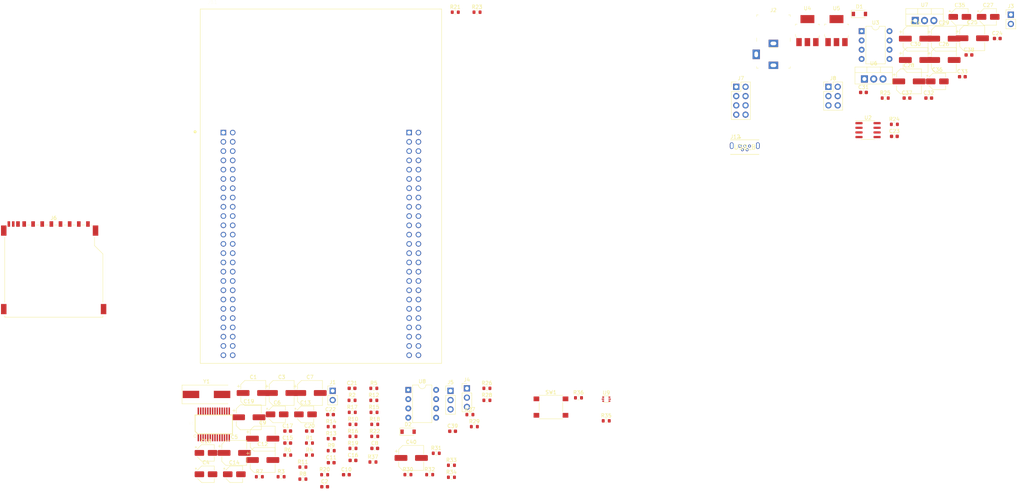
<source format=kicad_pcb>
(kicad_pcb (version 20171130) (host pcbnew 5.1.10-88a1d61d58~88~ubuntu18.04.1)
  (layers (0 F.Cu signal) (31 B.Cu signal) (34 B.Paste user) (35 F.Paste user) (36 B.SilkS user) (37 F.SilkS user) (38 B.Mask user) (39 F.Mask user) (44 Edge.Cuts user))
  (net 0 "")
  (net 1 GND)
  (net 2 +3.3VA)
  (net 3 LHPOUT)
  (net 4 "Net-(C3-Pad1)")
  (net 5 "Net-(C4-Pad2)")
  (net 6 "Net-(C4-Pad1)")
  (net 7 RHPOUT)
  (net 8 "Net-(C5-Pad1)")
  (net 9 "Net-(C6-Pad2)")
  (net 10 "Net-(C6-Pad1)")
  (net 11 +3V3)
  (net 12 "Net-(C13-Pad2)")
  (net 13 "Net-(C13-Pad1)")
  (net 14 "Net-(C14-Pad2)")
  (net 15 "Net-(C14-Pad1)")
  (net 16 "Net-(C16-Pad2)")
  (net 17 "Net-(C17-Pad2)")
  (net 18 MICIN)
  (net 19 "Net-(C18-Pad1)")
  (net 20 "Net-(C24-Pad2)")
  (net 21 "Net-(C24-Pad1)")
  (net 22 "Net-(C25-Pad2)")
  (net 23 "Net-(C26-Pad1)")
  (net 24 "Net-(C27-Pad2)")
  (net 25 +5V)
  (net 26 "Net-(C28-Pad1)")
  (net 27 "Net-(C33-Pad2)")
  (net 28 -5V)
  (net 29 "Net-(D1-Pad2)")
  (net 30 "Net-(D2-Pad2)")
  (net 31 "Net-(D2-Pad1)")
  (net 32 "Net-(J1-Pad2)")
  (net 33 "Net-(J2-Pad1)")
  (net 34 "Net-(J4-Pad1)")
  (net 35 "Net-(J5-Pad3)")
  (net 36 "Net-(J5-Pad1)")
  (net 37 I2S_MCLK)
  (net 38 SDIO_D1)
  (net 39 SDIO_D0)
  (net 40 SPIRAM_NSS)
  (net 41 SDIO_D3)
  (net 42 SDIO_D2)
  (net 43 SDIO_CK)
  (net 44 SDIO_CMD)
  (net 45 SPIRAM_SCK)
  (net 46 SPIRAM_MISO)
  (net 47 "Net-(JB1-PadP2_21)")
  (net 48 "Net-(JB1-PadP2_5)")
  (net 49 I2S_TX)
  (net 50 I2S_RX)
  (net 51 I2S_BCLK)
  (net 52 I2S_LRCLK)
  (net 53 "Net-(R7-Pad1)")
  (net 54 "Net-(R8-Pad1)")
  (net 55 "Net-(R9-Pad1)")
  (net 56 "Net-(R10-Pad1)")
  (net 57 "Net-(R11-Pad1)")
  (net 58 "Net-(R13-Pad1)")
  (net 59 "Net-(R14-Pad1)")
  (net 60 "Net-(R15-Pad2)")
  (net 61 "Net-(R16-Pad2)")
  (net 62 MIDI_RX)
  (net 63 "Net-(J6-Pad12)")
  (net 64 I2C1_SCL)
  (net 65 I2C1_SDA)
  (net 66 WM8731_SDA)
  (net 67 WM8731_SCL)
  (net 68 SPI2_SOFT_NSS)
  (net 69 SPIRAM_MOSI)
  (net 70 "Net-(R12-Pad1)")
  (module Resistor_SMD:R_0603_1608Metric (layer F.Cu) (at 130.5052 148.4376)
    (fp_text reference R37 (at 0 -1.43) (layer F.SilkS))
    (fp_text value 0)
    (pad 2 smd roundrect (at 0.825 0) (size 0.8 0.95) (layers F.Cu F.Paste F.Mask) (net 70 "Net-(R12-Pad1)"))
    (pad 1 smd roundrect (at -0.825 0) (size 0.8 0.95) (layers F.Cu F.Paste F.Mask) (net 37 I2S_MCLK))
  )
  (module eec:GLOBAL_CONNECTOR_TECHNOLOGY-USB3145-30-1-A-0 (layer F.Cu) (at 232.195 62.23)
    (fp_text reference J12 (at -4.025 -2.825) (layer F.SilkS) (effects (justify left)))
    (fp_text value USB_B (at 0 0) (layer F.SilkS) (effects (font (size 1.27 1.27))))
    (pad 5 thru_hole circle (at 1.3 -0.29) (size 0.8 0.8) (drill 0.4) (layers *.Cu))
    (pad 3 thru_hole circle (at 0 -0.29) (size 0.8 0.8) (drill 0.4) (layers *.Cu))
    (pad 1 thru_hole rect (at -1.3 -0.29) (size 0.8 0.8) (drill 0.4) (layers *.Cu))
    (pad 4 thru_hole circle (at 0.65 0.71) (size 0.8 0.8) (drill 0.4) (layers *.Cu))
    (pad 2 thru_hole circle (at -0.65 0.71) (size 0.8 0.8) (drill 0.4) (layers *.Cu))
    (pad 7 thru_hole roundrect (at 3.575 -0.4) (size 1 1.8) (drill oval 0.6 1.4) (layers *.Cu) (roundrect_rratio 0.5))
    (pad 6 thru_hole roundrect (at -3.575 -0.4) (size 1 1.8) (drill oval 0.6 1.4) (layers *.Cu) (roundrect_rratio 0.5))
  )
  (module Crystal:Crystal_SMD_HC49-SD (layer F.Cu) (at 84.99 129.94)
    (fp_text reference Y1 (at 0 -3.55) (layer F.SilkS))
    (fp_text value 12.288MHz)
    (pad 2 smd rect (at 4.25 0) (size 4.5 2) (layers F.Cu F.Paste F.Mask) (net 17 "Net-(C17-Pad2)"))
    (pad 1 smd rect (at -4.25 0) (size 4.5 2) (layers F.Cu F.Paste F.Mask) (net 16 "Net-(C16-Pad2)"))
  )
  (module Resistor_SMD:R_0603_1608Metric (layer F.Cu) (at 151.97 152.62)
    (fp_text reference R34 (at 0 -1.43) (layer F.SilkS))
    (fp_text value 47k)
    (pad 2 smd roundrect (at 0.825 0) (size 0.8 0.95) (layers F.Cu F.Paste F.Mask) (net 38 SDIO_D1))
    (pad 1 smd roundrect (at -0.825 0) (size 0.8 0.95) (layers F.Cu F.Paste F.Mask) (net 11 +3V3))
  )
  (module Resistor_SMD:R_0603_1608Metric (layer F.Cu) (at 151.97 149.33)
    (fp_text reference R33 (at 0 -1.43) (layer F.SilkS))
    (fp_text value 47k)
    (pad 2 smd roundrect (at 0.825 0) (size 0.8 0.95) (layers F.Cu F.Paste F.Mask) (net 39 SDIO_D0))
    (pad 1 smd roundrect (at -0.825 0) (size 0.8 0.95) (layers F.Cu F.Paste F.Mask) (net 11 +3V3))
  )
  (module Resistor_SMD:R_0603_1608Metric (layer F.Cu) (at 146.02 151.89)
    (fp_text reference R32 (at 0 -1.43) (layer F.SilkS))
    (fp_text value 47k)
    (pad 2 smd roundrect (at 0.825 0) (size 0.8 0.95) (layers F.Cu F.Paste F.Mask) (net 44 SDIO_CMD))
    (pad 1 smd roundrect (at -0.825 0) (size 0.8 0.95) (layers F.Cu F.Paste F.Mask) (net 11 +3V3))
  )
  (module Resistor_SMD:R_0603_1608Metric (layer F.Cu) (at 147.82 146.04)
    (fp_text reference R31 (at 0 -1.43) (layer F.SilkS))
    (fp_text value 47k)
    (pad 2 smd roundrect (at 0.825 0) (size 0.8 0.95) (layers F.Cu F.Paste F.Mask) (net 41 SDIO_D3))
    (pad 1 smd roundrect (at -0.825 0) (size 0.8 0.95) (layers F.Cu F.Paste F.Mask) (net 11 +3V3))
  )
  (module Resistor_SMD:R_0603_1608Metric (layer F.Cu) (at 140.07 151.89)
    (fp_text reference R30 (at 0 -1.43) (layer F.SilkS))
    (fp_text value 47k)
    (pad 2 smd roundrect (at 0.825 0) (size 0.8 0.95) (layers F.Cu F.Paste F.Mask) (net 42 SDIO_D2))
    (pad 1 smd roundrect (at -0.825 0) (size 0.8 0.95) (layers F.Cu F.Paste F.Mask) (net 11 +3V3))
  )
  (module Resistor_SMD:R_0603_1608Metric (layer F.Cu) (at 158.24 138.75)
    (fp_text reference R29 (at 0 -1.43) (layer F.SilkS))
    (fp_text value 47)
    (pad 2 smd roundrect (at 0.825 0) (size 0.8 0.95) (layers F.Cu F.Paste F.Mask) (net 11 +3V3))
    (pad 1 smd roundrect (at -0.825 0) (size 0.8 0.95) (layers F.Cu F.Paste F.Mask) (net 36 "Net-(J5-Pad1)"))
  )
  (module Resistor_SMD:R_0603_1608Metric (layer F.Cu) (at 161.67 131.55)
    (fp_text reference R28 (at 0 -1.43) (layer F.SilkS))
    (fp_text value 47)
    (pad 2 smd roundrect (at 0.825 0) (size 0.8 0.95) (layers F.Cu F.Paste F.Mask) (net 35 "Net-(J5-Pad3)"))
    (pad 1 smd roundrect (at -0.825 0) (size 0.8 0.95) (layers F.Cu F.Paste F.Mask))
  )
  (module Resistor_SMD:R_0603_1608Metric (layer F.Cu) (at 157.02 135.46)
    (fp_text reference R27 (at 0 -1.43) (layer F.SilkS))
    (fp_text value 470)
    (pad 2 smd roundrect (at 0.825 0) (size 0.8 0.95) (layers F.Cu F.Paste F.Mask) (net 11 +3V3))
    (pad 1 smd roundrect (at -0.825 0) (size 0.8 0.95) (layers F.Cu F.Paste F.Mask) (net 62 MIDI_RX))
  )
  (module Resistor_SMD:R_0603_1608Metric (layer F.Cu) (at 161.67 128.26)
    (fp_text reference R26 (at 0 -1.43) (layer F.SilkS))
    (fp_text value 220)
    (pad 2 smd roundrect (at 0.825 0) (size 0.8 0.95) (layers F.Cu F.Paste F.Mask) (net 34 "Net-(J4-Pad1)"))
    (pad 1 smd roundrect (at -0.825 0) (size 0.8 0.95) (layers F.Cu F.Paste F.Mask) (net 31 "Net-(D2-Pad1)"))
  )
  (module Resistor_SMD:R_0603_1608Metric (layer F.Cu) (at 270.61 48.8)
    (fp_text reference R25 (at 0 -1.43) (layer F.SilkS))
    (fp_text value 4.7)
    (pad 2 smd roundrect (at 0.825 0) (size 0.8 0.95) (layers F.Cu F.Paste F.Mask) (net 25 +5V))
    (pad 1 smd roundrect (at -0.825 0) (size 0.8 0.95) (layers F.Cu F.Paste F.Mask) (net 26 "Net-(C28-Pad1)"))
  )
  (module Resistor_SMD:R_0603_1608Metric (layer F.Cu) (at 273.11 55.99)
    (fp_text reference R24 (at 0 -1.43) (layer F.SilkS))
    (fp_text value 10k)
    (pad 2 smd roundrect (at 0.825 0) (size 0.8 0.95) (layers F.Cu F.Paste F.Mask) (net 11 +3V3))
    (pad 1 smd roundrect (at -0.825 0) (size 0.8 0.95) (layers F.Cu F.Paste F.Mask) (net 40 SPIRAM_NSS))
  )
  (module Resistor_SMD:R_0603_1608Metric (layer F.Cu) (at 158.97 25.29)
    (fp_text reference R23 (at 0 -1.43) (layer F.SilkS))
    (fp_text value 4.7k)
    (pad 2 smd roundrect (at 0.825 0) (size 0.8 0.95) (layers F.Cu F.Paste F.Mask) (net 11 +3V3))
    (pad 1 smd roundrect (at -0.825 0) (size 0.8 0.95) (layers F.Cu F.Paste F.Mask) (net 67 WM8731_SCL))
  )
  (module Resistor_SMD:R_0603_1608Metric (layer F.Cu) (at 130.99 141.42)
    (fp_text reference R22 (at 0 -1.43) (layer F.SilkS))
    (fp_text value 5.6k)
    (pad 2 smd roundrect (at 0.825 0) (size 0.8 0.95) (layers F.Cu F.Paste F.Mask) (net 14 "Net-(C14-Pad2)"))
    (pad 1 smd roundrect (at -0.825 0) (size 0.8 0.95) (layers F.Cu F.Paste F.Mask))
  )
  (module Resistor_SMD:R_0603_1608Metric (layer F.Cu) (at 153.02 25.29)
    (fp_text reference R21 (at 0 -1.43) (layer F.SilkS))
    (fp_text value 4.7k)
    (pad 2 smd roundrect (at 0.825 0) (size 0.8 0.95) (layers F.Cu F.Paste F.Mask) (net 11 +3V3))
    (pad 1 smd roundrect (at -0.825 0) (size 0.8 0.95) (layers F.Cu F.Paste F.Mask) (net 66 WM8731_SDA))
  )
  (module Resistor_SMD:R_0603_1608Metric (layer F.Cu) (at 117.29 151.91)
    (fp_text reference R20 (at 0 -1.43) (layer F.SilkS))
    (fp_text value 5.6k)
    (pad 2 smd roundrect (at 0.825 0) (size 0.8 0.95) (layers F.Cu F.Paste F.Mask) (net 12 "Net-(C13-Pad2)"))
    (pad 1 smd roundrect (at -0.825 0) (size 0.8 0.95) (layers F.Cu F.Paste F.Mask))
  )
  (module Resistor_SMD:R_0603_1608Metric (layer F.Cu) (at 125.04 144.71)
    (fp_text reference R19 (at 0 -1.43) (layer F.SilkS))
    (fp_text value 47k)
    (pad 2 smd roundrect (at 0.825 0) (size 0.8 0.95) (layers F.Cu F.Paste F.Mask) (net 1 GND))
    (pad 1 smd roundrect (at -0.825 0) (size 0.8 0.95) (layers F.Cu F.Paste F.Mask) (net 18 MICIN))
  )
  (module Resistor_SMD:R_0603_1608Metric (layer F.Cu) (at 130.99 138.13)
    (fp_text reference R18 (at 0 -1.43) (layer F.SilkS))
    (fp_text value 5.6k)
    (pad 2 smd roundrect (at 0.825 0) (size 0.8 0.95) (layers F.Cu F.Paste F.Mask) (net 1 GND))
    (pad 1 smd roundrect (at -0.825 0) (size 0.8 0.95) (layers F.Cu F.Paste F.Mask) (net 14 "Net-(C14-Pad2)"))
  )
  (module Resistor_SMD:R_0603_1608Metric (layer F.Cu) (at 124.85 134.84)
    (fp_text reference R17 (at 0 -1.43) (layer F.SilkS))
    (fp_text value 5.6k)
    (pad 2 smd roundrect (at 0.825 0) (size 0.8 0.95) (layers F.Cu F.Paste F.Mask) (net 1 GND))
    (pad 1 smd roundrect (at -0.825 0) (size 0.8 0.95) (layers F.Cu F.Paste F.Mask) (net 12 "Net-(C13-Pad2)"))
  )
  (module Resistor_SMD:R_0603_1608Metric (layer F.Cu) (at 125.04 141.42)
    (fp_text reference R16 (at 0 -1.43) (layer F.SilkS))
    (fp_text value 0)
    (pad 2 smd roundrect (at 0.825 0) (size 0.8 0.95) (layers F.Cu F.Paste F.Mask) (net 61 "Net-(R16-Pad2)"))
    (pad 1 smd roundrect (at -0.825 0) (size 0.8 0.95) (layers F.Cu F.Paste F.Mask) (net 66 WM8731_SDA))
  )
  (module Resistor_SMD:R_0603_1608Metric (layer F.Cu) (at 130.8 134.84)
    (fp_text reference R15 (at 0 -1.43) (layer F.SilkS))
    (fp_text value 0)
    (pad 2 smd roundrect (at 0.825 0) (size 0.8 0.95) (layers F.Cu F.Paste F.Mask) (net 60 "Net-(R15-Pad2)"))
    (pad 1 smd roundrect (at -0.825 0) (size 0.8 0.95) (layers F.Cu F.Paste F.Mask) (net 67 WM8731_SCL))
  )
  (module Resistor_SMD:R_0603_1608Metric (layer F.Cu) (at 119.09 138.75)
    (fp_text reference R14 (at 0 -1.43) (layer F.SilkS))
    (fp_text value Rmic)
    (pad 2 smd roundrect (at 0.825 0) (size 0.8 0.95) (layers F.Cu F.Paste F.Mask) (net 19 "Net-(C18-Pad1)"))
    (pad 1 smd roundrect (at -0.825 0) (size 0.8 0.95) (layers F.Cu F.Paste F.Mask) (net 59 "Net-(R14-Pad1)"))
  )
  (module Resistor_SMD:R_0603_1608Metric (layer F.Cu) (at 119.09 142.04)
    (fp_text reference R13 (at 0 -1.43) (layer F.SilkS))
    (fp_text value 680)
    (pad 2 smd roundrect (at 0.825 0) (size 0.8 0.95) (layers F.Cu F.Paste F.Mask) (net 18 MICIN))
    (pad 1 smd roundrect (at -0.825 0) (size 0.8 0.95) (layers F.Cu F.Paste F.Mask) (net 58 "Net-(R13-Pad1)"))
  )
  (module Resistor_SMD:R_0603_1608Metric (layer F.Cu) (at 130.74 131.55)
    (fp_text reference R12 (at 0 -1.43) (layer F.SilkS))
    (fp_text value DNP)
    (pad 2 smd roundrect (at 0.825 0) (size 0.8 0.95) (layers F.Cu F.Paste F.Mask) (net 17 "Net-(C17-Pad2)"))
    (pad 1 smd roundrect (at -0.825 0) (size 0.8 0.95) (layers F.Cu F.Paste F.Mask) (net 70 "Net-(R12-Pad1)"))
  )
  (module Resistor_SMD:R_0603_1608Metric (layer F.Cu) (at 111.34 149.83)
    (fp_text reference R11 (at 0 -1.43) (layer F.SilkS))
    (fp_text value 33)
    (pad 2 smd roundrect (at 0.825 0) (size 0.8 0.95) (layers F.Cu F.Paste F.Mask) (net 50 I2S_RX))
    (pad 1 smd roundrect (at -0.825 0) (size 0.8 0.95) (layers F.Cu F.Paste F.Mask) (net 57 "Net-(R11-Pad1)"))
  )
  (module Resistor_SMD:R_0603_1608Metric (layer F.Cu) (at 125.04 138.13)
    (fp_text reference R10 (at 0 -1.43) (layer F.SilkS))
    (fp_text value 33)
    (pad 2 smd roundrect (at 0.825 0) (size 0.8 0.95) (layers F.Cu F.Paste F.Mask) (net 52 I2S_LRCLK))
    (pad 1 smd roundrect (at -0.825 0) (size 0.8 0.95) (layers F.Cu F.Paste F.Mask) (net 56 "Net-(R10-Pad1)"))
  )
  (module Resistor_SMD:R_0603_1608Metric (layer F.Cu) (at 119.09 145.33)
    (fp_text reference R9 (at 0 -1.43) (layer F.SilkS))
    (fp_text value 33)
    (pad 2 smd roundrect (at 0.825 0) (size 0.8 0.95) (layers F.Cu F.Paste F.Mask) (net 49 I2S_TX))
    (pad 1 smd roundrect (at -0.825 0) (size 0.8 0.95) (layers F.Cu F.Paste F.Mask) (net 55 "Net-(R9-Pad1)"))
  )
  (module Resistor_SMD:R_0603_1608Metric (layer F.Cu) (at 111.34 153.12)
    (fp_text reference R8 (at 0 -1.43) (layer F.SilkS))
    (fp_text value 33)
    (pad 2 smd roundrect (at 0.825 0) (size 0.8 0.95) (layers F.Cu F.Paste F.Mask) (net 51 I2S_BCLK))
    (pad 1 smd roundrect (at -0.825 0) (size 0.8 0.95) (layers F.Cu F.Paste F.Mask) (net 54 "Net-(R8-Pad1)"))
  )
  (module Resistor_SMD:R_0603_1608Metric (layer F.Cu) (at 99.44 152.46)
    (fp_text reference R7 (at 0 -1.43) (layer F.SilkS))
    (fp_text value 100)
    (pad 2 smd roundrect (at 0.825 0) (size 0.8 0.95) (layers F.Cu F.Paste F.Mask) (net 32 "Net-(J1-Pad2)"))
    (pad 1 smd roundrect (at -0.825 0) (size 0.8 0.95) (layers F.Cu F.Paste F.Mask) (net 53 "Net-(R7-Pad1)"))
  )
  (module Resistor_SMD:R_0603_1608Metric (layer F.Cu) (at 107.19 146.54)
    (fp_text reference R6 (at 0 -1.43) (layer F.SilkS))
    (fp_text value 47k)
    (pad 2 smd roundrect (at 0.825 0) (size 0.8 0.95) (layers F.Cu F.Paste F.Mask) (net 1 GND))
    (pad 1 smd roundrect (at -0.825 0) (size 0.8 0.95) (layers F.Cu F.Paste F.Mask) (net 9 "Net-(C6-Pad2)"))
  )
  (module Resistor_SMD:R_0603_1608Metric (layer F.Cu) (at 130.74 128.26)
    (fp_text reference R5 (at 0 -1.43) (layer F.SilkS))
    (fp_text value 47k)
    (pad 2 smd roundrect (at 0.825 0) (size 0.8 0.95) (layers F.Cu F.Paste F.Mask) (net 1 GND))
    (pad 1 smd roundrect (at -0.825 0) (size 0.8 0.95) (layers F.Cu F.Paste F.Mask) (net 7 RHPOUT))
  )
  (module Resistor_SMD:R_0603_1608Metric (layer F.Cu) (at 113.14 146.54)
    (fp_text reference R4 (at 0 -1.43) (layer F.SilkS))
    (fp_text value 47k)
    (pad 2 smd roundrect (at 0.825 0) (size 0.8 0.95) (layers F.Cu F.Paste F.Mask) (net 1 GND))
    (pad 1 smd roundrect (at -0.825 0) (size 0.8 0.95) (layers F.Cu F.Paste F.Mask) (net 5 "Net-(C4-Pad2)"))
  )
  (module Resistor_SMD:R_0603_1608Metric (layer F.Cu) (at 105.39 152.46)
    (fp_text reference R3 (at 0 -1.43) (layer F.SilkS))
    (fp_text value 47k)
    (pad 2 smd roundrect (at 0.825 0) (size 0.8 0.95) (layers F.Cu F.Paste F.Mask) (net 1 GND))
    (pad 1 smd roundrect (at -0.825 0) (size 0.8 0.95) (layers F.Cu F.Paste F.Mask) (net 3 LHPOUT))
  )
  (module Resistor_SMD:R_0603_1608Metric (layer F.Cu) (at 124.79 131.55)
    (fp_text reference R2 (at 0 -1.43) (layer F.SilkS))
    (fp_text value 100)
    (pad 2 smd roundrect (at 0.825 0) (size 0.8 0.95) (layers F.Cu F.Paste F.Mask))
    (pad 1 smd roundrect (at -0.825 0) (size 0.8 0.95) (layers F.Cu F.Paste F.Mask) (net 5 "Net-(C4-Pad2)"))
  )
  (module Resistor_SMD:R_0603_1608Metric (layer F.Cu) (at 113.14 143.25)
    (fp_text reference R1 (at 0 -1.43) (layer F.SilkS))
    (fp_text value 100)
    (pad 2 smd roundrect (at 0.825 0) (size 0.8 0.95) (layers F.Cu F.Paste F.Mask))
    (pad 1 smd roundrect (at -0.825 0) (size 0.8 0.95) (layers F.Cu F.Paste F.Mask) (net 9 "Net-(C6-Pad2)"))
  )
  (module Diode_SMD:D_SOD-123 (layer F.Cu) (at 140.12 140.14)
    (fp_text reference D2 (at 0 -2) (layer F.SilkS))
    (fp_text value 1N4148)
    (pad 2 smd rect (at 1.65 0) (size 0.9 1.2) (layers F.Cu F.Paste F.Mask) (net 30 "Net-(D2-Pad2)"))
    (pad 1 smd rect (at -1.65 0) (size 0.9 1.2) (layers F.Cu F.Paste F.Mask) (net 31 "Net-(D2-Pad1)"))
  )
  (module Diode_SMD:D_SOD-123 (layer F.Cu) (at 263.56 25.77)
    (fp_text reference D1 (at 0 -2) (layer F.SilkS))
    (fp_text value 1N4001)
    (pad 2 smd rect (at 1.65 0) (size 0.9 1.2) (layers F.Cu F.Paste F.Mask) (net 29 "Net-(D1-Pad2)"))
    (pad 1 smd rect (at -1.65 0) (size 0.9 1.2) (layers F.Cu F.Paste F.Mask) (net 23 "Net-(C26-Pad1)"))
  )
  (module Capacitor_SMD:CP_Elec_6.3x5.3 (layer F.Cu) (at 140.97 147.32)
    (fp_text reference C40 (at 0 -4.35) (layer F.SilkS))
    (fp_text value 10u)
    (pad 2 smd roundrect (at 2.8 0) (size 3.5 1.6) (layers F.Cu F.Paste F.Mask) (roundrect_rratio 0.15625) (net 1 GND))
    (pad 1 smd roundrect (at -2.8 0) (size 3.5 1.6) (layers F.Cu F.Paste F.Mask) (roundrect_rratio 0.15625) (net 11 +3V3))
  )
  (module Capacitor_SMD:C_0603_1608Metric (layer F.Cu) (at 152.29 140.01)
    (fp_text reference C39 (at 0 -1.43) (layer F.SilkS))
    (fp_text value 100n)
    (pad 2 smd roundrect (at 0.775 0) (size 0.9 0.95) (layers F.Cu F.Paste F.Mask) (net 25 +5V))
    (pad 1 smd roundrect (at -0.775 0) (size 0.9 0.95) (layers F.Cu F.Paste F.Mask) (net 1 GND))
  )
  (module Capacitor_SMD:C_0603_1608Metric (layer F.Cu) (at 293.51 36.99)
    (fp_text reference C38 (at 0 -1.43) (layer F.SilkS))
    (fp_text value 100n)
    (pad 2 smd roundrect (at 0.775 0) (size 0.9 0.95) (layers F.Cu F.Paste F.Mask) (net 28 -5V))
    (pad 1 smd roundrect (at -0.775 0) (size 0.9 0.95) (layers F.Cu F.Paste F.Mask) (net 1 GND))
  )
  (module Capacitor_SMD:C_0603_1608Metric (layer F.Cu) (at 276.56 48.8)
    (fp_text reference C37 (at 0 -1.43) (layer F.SilkS))
    (fp_text value 100n)
    (pad 2 smd roundrect (at 0.775 0) (size 0.9 0.95) (layers F.Cu F.Paste F.Mask) (net 1 GND))
    (pad 1 smd roundrect (at -0.775 0) (size 0.9 0.95) (layers F.Cu F.Paste F.Mask) (net 25 +5V))
  )
  (module Capacitor_SMD:CP_Elec_6.3x5.3 (layer F.Cu) (at 278.91 32.53)
    (fp_text reference C34 (at 0 -4.35) (layer F.SilkS))
    (fp_text value 10u)
    (pad 2 smd roundrect (at 2.8 0) (size 3.5 1.6) (layers F.Cu F.Paste F.Mask) (roundrect_rratio 0.15625) (net 22 "Net-(C25-Pad2)"))
    (pad 1 smd roundrect (at -2.8 0) (size 3.5 1.6) (layers F.Cu F.Paste F.Mask) (roundrect_rratio 0.15625) (net 21 "Net-(C24-Pad1)"))
  )
  (module Capacitor_SMD:C_0603_1608Metric (layer F.Cu) (at 291.71 42.95)
    (fp_text reference C33 (at 0 -1.43) (layer F.SilkS))
    (fp_text value 100u)
    (pad 2 smd roundrect (at 0.775 0) (size 0.9 0.95) (layers F.Cu F.Paste F.Mask) (net 27 "Net-(C33-Pad2)"))
    (pad 1 smd roundrect (at -0.775 0) (size 0.9 0.95) (layers F.Cu F.Paste F.Mask) (net 1 GND))
  )
  (module Capacitor_SMD:C_0603_1608Metric (layer F.Cu) (at 282.51 48.8)
    (fp_text reference C32 (at 0 -1.43) (layer F.SilkS))
    (fp_text value 100n)
    (pad 2 smd roundrect (at 0.775 0) (size 0.9 0.95) (layers F.Cu F.Paste F.Mask) (net 24 "Net-(C27-Pad2)"))
    (pad 1 smd roundrect (at -0.775 0) (size 0.9 0.95) (layers F.Cu F.Paste F.Mask) (net 2 +3.3VA))
  )
  (module Capacitor_SMD:C_0603_1608Metric (layer F.Cu) (at 264.66 47.25)
    (fp_text reference C31 (at 0 -1.43) (layer F.SilkS))
    (fp_text value 100n)
    (pad 2 smd roundrect (at 0.775 0) (size 0.9 0.95) (layers F.Cu F.Paste F.Mask) (net 24 "Net-(C27-Pad2)"))
    (pad 1 smd roundrect (at -0.775 0) (size 0.9 0.95) (layers F.Cu F.Paste F.Mask) (net 11 +3V3))
  )
  (module Capacitor_SMD:CP_Elec_6.3x5.3 (layer F.Cu) (at 278.91 38.38)
    (fp_text reference C30 (at 0 -4.35) (layer F.SilkS))
    (fp_text value 10u)
    (pad 2 smd roundrect (at 2.8 0) (size 3.5 1.6) (layers F.Cu F.Paste F.Mask) (roundrect_rratio 0.15625) (net 24 "Net-(C27-Pad2)"))
    (pad 1 smd roundrect (at -2.8 0) (size 3.5 1.6) (layers F.Cu F.Paste F.Mask) (roundrect_rratio 0.15625) (net 2 +3.3VA))
  )
  (module Capacitor_SMD:CP_Elec_6.3x5.3 (layer F.Cu) (at 286.66 32.53)
    (fp_text reference C29 (at 0 -4.35) (layer F.SilkS))
    (fp_text value 10u)
    (pad 2 smd roundrect (at 2.8 0) (size 3.5 1.6) (layers F.Cu F.Paste F.Mask) (roundrect_rratio 0.15625) (net 24 "Net-(C27-Pad2)"))
    (pad 1 smd roundrect (at -2.8 0) (size 3.5 1.6) (layers F.Cu F.Paste F.Mask) (roundrect_rratio 0.15625) (net 11 +3V3))
  )
  (module Capacitor_SMD:CP_Elec_6.3x5.3 (layer F.Cu) (at 277.11 44.23)
    (fp_text reference C28 (at 0 -4.35) (layer F.SilkS))
    (fp_text value 10u)
    (pad 2 smd roundrect (at 2.8 0) (size 3.5 1.6) (layers F.Cu F.Paste F.Mask) (roundrect_rratio 0.15625) (net 24 "Net-(C27-Pad2)"))
    (pad 1 smd roundrect (at -2.8 0) (size 3.5 1.6) (layers F.Cu F.Paste F.Mask) (roundrect_rratio 0.15625) (net 26 "Net-(C28-Pad1)"))
  )
  (module Capacitor_SMD:CP_Elec_6.3x5.3 (layer F.Cu) (at 286.66 38.38)
    (fp_text reference C26 (at 0 -4.35) (layer F.SilkS))
    (fp_text value 100u)
    (pad 2 smd roundrect (at 2.8 0) (size 3.5 1.6) (layers F.Cu F.Paste F.Mask) (roundrect_rratio 0.15625) (net 1 GND))
    (pad 1 smd roundrect (at -2.8 0) (size 3.5 1.6) (layers F.Cu F.Paste F.Mask) (roundrect_rratio 0.15625) (net 23 "Net-(C26-Pad1)"))
  )
  (module Capacitor_SMD:CP_Elec_6.3x5.3 (layer F.Cu) (at 294.41 32.42)
    (fp_text reference C25 (at 0 -4.35) (layer F.SilkS))
    (fp_text value 100u)
    (pad 2 smd roundrect (at 2.8 0) (size 3.5 1.6) (layers F.Cu F.Paste F.Mask) (roundrect_rratio 0.15625) (net 22 "Net-(C25-Pad2)"))
    (pad 1 smd roundrect (at -2.8 0) (size 3.5 1.6) (layers F.Cu F.Paste F.Mask) (roundrect_rratio 0.15625) (net 21 "Net-(C24-Pad1)"))
  )
  (module Capacitor_SMD:C_0603_1608Metric (layer F.Cu) (at 301.26 32.49)
    (fp_text reference C24 (at 0 -1.43) (layer F.SilkS))
    (fp_text value 10p)
    (pad 2 smd roundrect (at 0.775 0) (size 0.9 0.95) (layers F.Cu F.Paste F.Mask) (net 20 "Net-(C24-Pad2)"))
    (pad 1 smd roundrect (at -0.775 0) (size 0.9 0.95) (layers F.Cu F.Paste F.Mask) (net 21 "Net-(C24-Pad1)"))
  )
  (module Capacitor_SMD:C_0603_1608Metric (layer F.Cu) (at 273.11 59.28)
    (fp_text reference C23 (at 0 -1.43) (layer F.SilkS))
    (fp_text value 100n)
    (pad 2 smd roundrect (at 0.775 0) (size 0.9 0.95) (layers F.Cu F.Paste F.Mask) (net 1 GND))
    (pad 1 smd roundrect (at -0.775 0) (size 0.9 0.95) (layers F.Cu F.Paste F.Mask) (net 11 +3V3))
  )
  (module Capacitor_SMD:C_0603_1608Metric (layer F.Cu) (at 118.9 135.46)
    (fp_text reference C22 (at 0 -1.43) (layer F.SilkS))
    (fp_text value 220p)
    (pad 2 smd roundrect (at 0.775 0) (size 0.9 0.95) (layers F.Cu F.Paste F.Mask) (net 1 GND))
    (pad 1 smd roundrect (at -0.775 0) (size 0.9 0.95) (layers F.Cu F.Paste F.Mask) (net 18 MICIN))
  )
  (module Capacitor_SMD:C_0603_1608Metric (layer F.Cu) (at 124.79 128.26)
    (fp_text reference C21 (at 0 -1.43) (layer F.SilkS))
    (fp_text value 220p)
    (pad 2 smd roundrect (at 0.775 0) (size 0.9 0.95) (layers F.Cu F.Paste F.Mask) (net 1 GND))
    (pad 1 smd roundrect (at -0.775 0) (size 0.9 0.95) (layers F.Cu F.Paste F.Mask) (net 14 "Net-(C14-Pad2)"))
  )
  (module Capacitor_SMD:C_0603_1608Metric (layer F.Cu) (at 113.14 139.96)
    (fp_text reference C20 (at 0 -1.43) (layer F.SilkS))
    (fp_text value 220p)
    (pad 2 smd roundrect (at 0.775 0) (size 0.9 0.95) (layers F.Cu F.Paste F.Mask) (net 1 GND))
    (pad 1 smd roundrect (at -0.775 0) (size 0.9 0.95) (layers F.Cu F.Paste F.Mask) (net 12 "Net-(C13-Pad2)"))
  )
  (module Capacitor_SMD:CP_Elec_6.3x5.3 (layer F.Cu) (at 96.55 136.19)
    (fp_text reference C19 (at 0 -4.35) (layer F.SilkS))
    (fp_text value 10u)
    (pad 2 smd roundrect (at 2.8 0) (size 3.5 1.6) (layers F.Cu F.Paste F.Mask) (roundrect_rratio 0.15625) (net 1 GND))
    (pad 1 smd roundrect (at -2.8 0) (size 3.5 1.6) (layers F.Cu F.Paste F.Mask) (roundrect_rratio 0.15625) (net 11 +3V3))
  )
  (module Capacitor_SMD:C_0603_1608Metric (layer F.Cu) (at 107.19 139.96)
    (fp_text reference C17 (at 0 -1.43) (layer F.SilkS))
    (fp_text value 18p)
    (pad 2 smd roundrect (at 0.775 0) (size 0.9 0.95) (layers F.Cu F.Paste F.Mask) (net 17 "Net-(C17-Pad2)"))
    (pad 1 smd roundrect (at -0.775 0) (size 0.9 0.95) (layers F.Cu F.Paste F.Mask) (net 1 GND))
  )
  (module Capacitor_SMD:C_0603_1608Metric (layer F.Cu) (at 125.04 148)
    (fp_text reference C16 (at 0 -1.43) (layer F.SilkS))
    (fp_text value 18p)
    (pad 2 smd roundrect (at 0.775 0) (size 0.9 0.95) (layers F.Cu F.Paste F.Mask) (net 16 "Net-(C16-Pad2)"))
    (pad 1 smd roundrect (at -0.775 0) (size 0.9 0.95) (layers F.Cu F.Paste F.Mask) (net 1 GND))
  )
  (module Capacitor_SMD:C_0603_1608Metric (layer F.Cu) (at 107.19 143.25)
    (fp_text reference C15 (at 0 -1.43) (layer F.SilkS))
    (fp_text value 100n)
    (pad 2 smd roundrect (at 0.775 0) (size 0.9 0.95) (layers F.Cu F.Paste F.Mask) (net 1 GND))
    (pad 1 smd roundrect (at -0.775 0) (size 0.9 0.95) (layers F.Cu F.Paste F.Mask) (net 11 +3V3))
  )
  (module Capacitor_SMD:CP_Elec_6.3x5.3 (layer F.Cu) (at 100.34 147.89)
    (fp_text reference C12 (at 0 -4.35) (layer F.SilkS))
    (fp_text value 10u)
    (pad 2 smd roundrect (at 2.8 0) (size 3.5 1.6) (layers F.Cu F.Paste F.Mask) (roundrect_rratio 0.15625) (net 1 GND))
    (pad 1 smd roundrect (at -2.8 0) (size 3.5 1.6) (layers F.Cu F.Paste F.Mask) (roundrect_rratio 0.15625) (net 2 +3.3VA))
  )
  (module Capacitor_SMD:C_0603_1608Metric (layer F.Cu) (at 119.09 148.62)
    (fp_text reference C11 (at 0 -1.43) (layer F.SilkS))
    (fp_text value 100n)
    (pad 2 smd roundrect (at 0.775 0) (size 0.9 0.95) (layers F.Cu F.Paste F.Mask) (net 1 GND))
    (pad 1 smd roundrect (at -0.775 0) (size 0.9 0.95) (layers F.Cu F.Paste F.Mask) (net 2 +3.3VA))
  )
  (module Capacitor_SMD:C_0603_1608Metric (layer F.Cu) (at 123.24 151.91)
    (fp_text reference C10 (at 0 -1.43) (layer F.SilkS))
    (fp_text value 100n)
    (pad 2 smd roundrect (at 0.775 0) (size 0.9 0.95) (layers F.Cu F.Paste F.Mask) (net 1 GND))
    (pad 1 smd roundrect (at -0.775 0) (size 0.9 0.95) (layers F.Cu F.Paste F.Mask) (net 2 +3.3VA))
  )
  (module Capacitor_SMD:CP_Elec_6.3x5.3 (layer F.Cu) (at 100.34 142.04)
    (fp_text reference C9 (at 0 -4.35) (layer F.SilkS))
    (fp_text value 10u)
    (pad 2 smd roundrect (at 2.8 0) (size 3.5 1.6) (layers F.Cu F.Paste F.Mask) (roundrect_rratio 0.15625) (net 1 GND))
    (pad 1 smd roundrect (at -2.8 0) (size 3.5 1.6) (layers F.Cu F.Paste F.Mask) (roundrect_rratio 0.15625) (net 2 +3.3VA))
  )
  (module Capacitor_SMD:C_0603_1608Metric (layer F.Cu) (at 130.99 144.71)
    (fp_text reference C8 (at 0 -1.43) (layer F.SilkS))
    (fp_text value 100n)
    (pad 2 smd roundrect (at 0.775 0) (size 0.9 0.95) (layers F.Cu F.Paste F.Mask) (net 1 GND))
    (pad 1 smd roundrect (at -0.775 0) (size 0.9 0.95) (layers F.Cu F.Paste F.Mask) (net 11 +3V3))
  )
  (module Capacitor_SMD:CP_Elec_6.3x5.3 (layer F.Cu) (at 113.29 129.54)
    (fp_text reference C7 (at 0 -4.35) (layer F.SilkS))
    (fp_text value 10u)
    (pad 2 smd roundrect (at 2.8 0) (size 3.5 1.6) (layers F.Cu F.Paste F.Mask) (roundrect_rratio 0.15625) (net 1 GND))
    (pad 1 smd roundrect (at -2.8 0) (size 3.5 1.6) (layers F.Cu F.Paste F.Mask) (roundrect_rratio 0.15625) (net 11 +3V3))
  )
  (module Capacitor_SMD:CP_Elec_6.3x5.3 (layer F.Cu) (at 92.59 145.94)
    (fp_text reference C5 (at 0 -4.35) (layer F.SilkS))
    (fp_text value 220u)
    (pad 2 smd roundrect (at 2.8 0) (size 3.5 1.6) (layers F.Cu F.Paste F.Mask) (roundrect_rratio 0.15625) (net 7 RHPOUT))
    (pad 1 smd roundrect (at -2.8 0) (size 3.5 1.6) (layers F.Cu F.Paste F.Mask) (roundrect_rratio 0.15625) (net 8 "Net-(C5-Pad1)"))
  )
  (module Capacitor_SMD:CP_Elec_6.3x5.3 (layer F.Cu) (at 105.54 129.54)
    (fp_text reference C3 (at 0 -4.35) (layer F.SilkS))
    (fp_text value 220u)
    (pad 2 smd roundrect (at 2.8 0) (size 3.5 1.6) (layers F.Cu F.Paste F.Mask) (roundrect_rratio 0.15625) (net 3 LHPOUT))
    (pad 1 smd roundrect (at -2.8 0) (size 3.5 1.6) (layers F.Cu F.Paste F.Mask) (roundrect_rratio 0.15625) (net 4 "Net-(C3-Pad1)"))
  )
  (module Capacitor_SMD:C_0603_1608Metric (layer F.Cu) (at 117.29 155.2)
    (fp_text reference C2 (at 0 -1.43) (layer F.SilkS))
    (fp_text value 100n)
    (pad 2 smd roundrect (at 0.775 0) (size 0.9 0.95) (layers F.Cu F.Paste F.Mask) (net 1 GND))
    (pad 1 smd roundrect (at -0.775 0) (size 0.9 0.95) (layers F.Cu F.Paste F.Mask) (net 2 +3.3VA))
  )
  (module Capacitor_SMD:CP_Elec_6.3x5.3 (layer F.Cu) (at 97.79 129.54)
    (fp_text reference C1 (at 0 -4.35) (layer F.SilkS))
    (fp_text value 10u)
    (pad 2 smd roundrect (at 2.8 0) (size 3.5 1.6) (layers F.Cu F.Paste F.Mask) (roundrect_rratio 0.15625) (net 1 GND))
    (pad 1 smd roundrect (at -2.8 0) (size 3.5 1.6) (layers F.Cu F.Paste F.Mask) (roundrect_rratio 0.15625) (net 2 +3.3VA))
  )
  (module Connector_PinHeader_2.54mm:PinHeader_2x03_P2.54mm_Vertical (layer F.Cu) (at 255.08 45.72)
    (fp_text reference J8 (at 1.27 -2.33) (layer F.SilkS))
    (fp_text value SPI2_HEADER)
    (pad 6 thru_hole oval (at 2.54 5.08) (size 1.7 1.7) (drill 1) (layers *.Cu *.Mask) (net 1 GND))
    (pad 5 thru_hole oval (at 0 5.08) (size 1.7 1.7) (drill 1) (layers *.Cu *.Mask) (net 68 SPI2_SOFT_NSS))
    (pad 4 thru_hole oval (at 2.54 2.54) (size 1.7 1.7) (drill 1) (layers *.Cu *.Mask) (net 69 SPIRAM_MOSI))
    (pad 3 thru_hole oval (at 0 2.54) (size 1.7 1.7) (drill 1) (layers *.Cu *.Mask) (net 45 SPIRAM_SCK))
    (pad 2 thru_hole oval (at 2.54 0) (size 1.7 1.7) (drill 1) (layers *.Cu *.Mask) (net 11 +3V3))
    (pad 1 thru_hole rect (at 0 0) (size 1.7 1.7) (drill 1) (layers *.Cu *.Mask) (net 46 SPIRAM_MISO))
  )
  (module Connector_PinHeader_2.54mm:PinHeader_2x04_P2.54mm_Vertical (layer F.Cu) (at 229.87 45.72)
    (fp_text reference J7 (at 1.27 -2.33) (layer F.SilkS))
    (fp_text value I2C1_HEADER)
    (pad 8 thru_hole oval (at 2.54 7.62) (size 1.7 1.7) (drill 1) (layers *.Cu *.Mask) (net 65 I2C1_SDA))
    (pad 7 thru_hole oval (at 0 7.62) (size 1.7 1.7) (drill 1) (layers *.Cu *.Mask) (net 65 I2C1_SDA))
    (pad 6 thru_hole oval (at 2.54 5.08) (size 1.7 1.7) (drill 1) (layers *.Cu *.Mask) (net 64 I2C1_SCL))
    (pad 5 thru_hole oval (at 0 5.08) (size 1.7 1.7) (drill 1) (layers *.Cu *.Mask) (net 64 I2C1_SCL))
    (pad 4 thru_hole oval (at 2.54 2.54) (size 1.7 1.7) (drill 1) (layers *.Cu *.Mask) (net 1 GND))
    (pad 3 thru_hole oval (at 0 2.54) (size 1.7 1.7) (drill 1) (layers *.Cu *.Mask) (net 1 GND))
    (pad 2 thru_hole oval (at 2.54 0) (size 1.7 1.7) (drill 1) (layers *.Cu *.Mask) (net 11 +3V3))
    (pad 1 thru_hole rect (at 0 0) (size 1.7 1.7) (drill 1) (layers *.Cu *.Mask) (net 11 +3V3))
  )
  (module Package_TO_SOT_SMD:SOT-666 (layer F.Cu) (at 194.33 131.23)
    (fp_text reference U9 (at 0 -1.75) (layer F.SilkS))
    (fp_text value USBLC6-2P6)
    (pad 6 smd rect (at 0.85 -0.5375) (size 0.5 0.375) (layers F.Cu F.Paste F.Mask))
    (pad 4 smd rect (at 0.85 0.5375) (size 0.5 0.375) (layers F.Cu F.Paste F.Mask))
    (pad 2 smd rect (at -0.925 0) (size 0.65 0.3) (layers F.Cu F.Paste F.Mask))
    (pad 5 smd rect (at 0.925 0) (size 0.65 0.3) (layers F.Cu F.Paste F.Mask))
    (pad 3 smd rect (at -0.85 0.5375) (size 0.5 0.375) (layers F.Cu F.Paste F.Mask))
    (pad 1 smd rect (at -0.85 -0.5375) (size 0.5 0.375) (layers F.Cu F.Paste F.Mask))
  )
  (module Button_Switch_SMD:SW_Push_1P1T_NO_6x6mm_H9.5mm (layer F.Cu) (at 179.19 133.395)
    (fp_text reference SW1 (at 0 -4.05) (layer F.SilkS))
    (fp_text value BOOT)
    (pad 2 smd rect (at 3.975 2.25) (size 1.55 1.3) (layers F.Cu F.Paste F.Mask) (net 11 +3V3))
    (pad 1 smd rect (at 3.975 -2.25) (size 1.55 1.3) (layers F.Cu F.Paste F.Mask) (net 47 "Net-(JB1-PadP2_21)"))
    (pad 1 smd rect (at -3.975 -2.25) (size 1.55 1.3) (layers F.Cu F.Paste F.Mask) (net 47 "Net-(JB1-PadP2_21)"))
    (pad 2 smd rect (at -3.975 2.25) (size 1.55 1.3) (layers F.Cu F.Paste F.Mask) (net 11 +3V3))
  )
  (module Resistor_SMD:R_0603_1608Metric (layer F.Cu) (at 186.72 130.86)
    (fp_text reference R36 (at 0 -1.43) (layer F.SilkS))
    (fp_text value 10k)
    (pad 2 smd roundrect (at 0.825 0) (size 0.8 0.95) (layers F.Cu F.Paste F.Mask) (net 1 GND))
    (pad 1 smd roundrect (at -0.825 0) (size 0.8 0.95) (layers F.Cu F.Paste F.Mask) (net 47 "Net-(JB1-PadP2_21)"))
  )
  (module Resistor_SMD:R_0603_1608Metric (layer F.Cu) (at 194.31 137.16)
    (fp_text reference R35 (at 0 -1.43) (layer F.SilkS))
    (fp_text value 10k)
    (pad 2 smd roundrect (at 0.825 0) (size 0.8 0.95) (layers F.Cu F.Paste F.Mask) (net 11 +3V3))
    (pad 1 smd roundrect (at -0.825 0) (size 0.8 0.95) (layers F.Cu F.Paste F.Mask) (net 68 SPI2_SOFT_NSS))
  )
  (module lib:SSOP28-0.65-10.2X5.2MM (layer F.Cu) (at 86.976 138.139999)
    (fp_text reference U1 (at -6.169588 -0.31802 180) (layer F.SilkS) (effects (font (size 0.701146 0.701146) (thickness 0.015))))
    (fp_text value "CODECODER-WM8731SEDS_V(SSOP28)")
    (pad 28 smd rect (at -4.225 -3.625) (size 0.4 2) (layers F.Cu F.Paste F.Mask) (net 1 GND))
    (pad 27 smd rect (at -3.575 -3.625) (size 0.4 2) (layers F.Cu F.Paste F.Mask) (net 11 +3V3))
    (pad 26 smd rect (at -2.925 -3.625) (size 0.4 2) (layers F.Cu F.Paste F.Mask) (net 16 "Net-(C16-Pad2)"))
    (pad 25 smd rect (at -2.275 -3.625) (size 0.4 2) (layers F.Cu F.Paste F.Mask) (net 70 "Net-(R12-Pad1)"))
    (pad 24 smd rect (at -1.625 -3.625) (size 0.4 2) (layers F.Cu F.Paste F.Mask) (net 60 "Net-(R15-Pad2)"))
    (pad 23 smd rect (at -0.975 -3.625) (size 0.4 2) (layers F.Cu F.Paste F.Mask) (net 61 "Net-(R16-Pad2)"))
    (pad 22 smd rect (at -0.325 -3.625) (size 0.4 2) (layers F.Cu F.Paste F.Mask) (net 1 GND))
    (pad 21 smd rect (at 0.325 -3.625) (size 0.4 2) (layers F.Cu F.Paste F.Mask) (net 1 GND))
    (pad 20 smd rect (at 0.975 -3.625) (size 0.4 2) (layers F.Cu F.Paste F.Mask) (net 13 "Net-(C13-Pad1)"))
    (pad 19 smd rect (at 1.625 -3.625) (size 0.4 2) (layers F.Cu F.Paste F.Mask) (net 15 "Net-(C14-Pad1)"))
    (pad 18 smd rect (at 2.275 -3.625) (size 0.4 2) (layers F.Cu F.Paste F.Mask) (net 59 "Net-(R14-Pad1)"))
    (pad 17 smd rect (at 2.925 -3.625) (size 0.4 2) (layers F.Cu F.Paste F.Mask) (net 58 "Net-(R13-Pad1)"))
    (pad 16 smd rect (at 3.575 -3.625) (size 0.4 2) (layers F.Cu F.Paste F.Mask) (net 2 +3.3VA))
    (pad 15 smd rect (at 4.225 -3.625) (size 0.4 2) (layers F.Cu F.Paste F.Mask) (net 1 GND))
    (pad 14 smd rect (at 4.225 3.625) (size 0.4 2) (layers F.Cu F.Paste F.Mask) (net 2 +3.3VA))
    (pad 13 smd rect (at 3.575 3.625) (size 0.4 2) (layers F.Cu F.Paste F.Mask) (net 10 "Net-(C6-Pad1)"))
    (pad 12 smd rect (at 2.925 3.625) (size 0.4 2) (layers F.Cu F.Paste F.Mask) (net 6 "Net-(C4-Pad1)"))
    (pad 11 smd rect (at 2.275 3.625) (size 0.4 2) (layers F.Cu F.Paste F.Mask) (net 1 GND))
    (pad 10 smd rect (at 1.625 3.625) (size 0.4 2) (layers F.Cu F.Paste F.Mask) (net 8 "Net-(C5-Pad1)"))
    (pad 9 smd rect (at 0.975 3.625) (size 0.4 2) (layers F.Cu F.Paste F.Mask) (net 4 "Net-(C3-Pad1)"))
    (pad 8 smd rect (at 0.325 3.625) (size 0.4 2) (layers F.Cu F.Paste F.Mask) (net 2 +3.3VA))
    (pad 7 smd rect (at -0.325 3.625) (size 0.4 2) (layers F.Cu F.Paste F.Mask) (net 56 "Net-(R10-Pad1)"))
    (pad 6 smd rect (at -0.975 3.625) (size 0.4 2) (layers F.Cu F.Paste F.Mask) (net 57 "Net-(R11-Pad1)"))
    (pad 5 smd rect (at -1.625 3.625) (size 0.4 2) (layers F.Cu F.Paste F.Mask) (net 56 "Net-(R10-Pad1)"))
    (pad 4 smd rect (at -2.275 3.625) (size 0.4 2) (layers F.Cu F.Paste F.Mask) (net 55 "Net-(R9-Pad1)"))
    (pad 3 smd rect (at -2.925 3.625) (size 0.4 2) (layers F.Cu F.Paste F.Mask) (net 54 "Net-(R8-Pad1)"))
    (pad 2 smd rect (at -3.575 3.625) (size 0.4 2) (layers F.Cu F.Paste F.Mask) (net 53 "Net-(R7-Pad1)"))
    (pad 1 smd rect (at -4.225 3.625) (size 0.4 2) (layers F.Cu F.Paste F.Mask) (net 11 +3V3))
  )
  (module Connector_PinHeader_2.54mm:PinHeader_1x03_P2.54mm_Vertical (layer F.Cu) (at 156.21 128.27)
    (fp_text reference J4 (at 0 -2.33) (layer F.SilkS))
    (fp_text value MIDI_IN)
    (pad 3 thru_hole oval (at 0 5.08) (size 1.7 1.7) (drill 1) (layers *.Cu *.Mask) (net 30 "Net-(D2-Pad2)"))
    (pad 2 thru_hole oval (at 0 2.54) (size 1.7 1.7) (drill 1) (layers *.Cu *.Mask))
    (pad 1 thru_hole rect (at 0 0) (size 1.7 1.7) (drill 1) (layers *.Cu *.Mask) (net 34 "Net-(J4-Pad1)"))
  )
  (module Connector_Card:SD_TE_2041021 (layer F.Cu) (at 43.18 95.25)
    (fp_text reference J6 (at 0 -13.6) (layer F.SilkS))
    (fp_text value SD_Card)
    (pad 12 smd rect (at -13.65 -10.175) (size 1.5 2.8) (layers F.Cu F.Paste F.Mask) (net 63 "Net-(J6-Pad12)"))
    (pad 12 smd rect (at -13.65 11.325) (size 1.5 2.8) (layers F.Cu F.Paste F.Mask) (net 63 "Net-(J6-Pad12)"))
    (pad 12 smd rect (at 13.65 11.325) (size 1.5 2.8) (layers F.Cu F.Paste F.Mask) (net 63 "Net-(J6-Pad12)"))
    (pad 12 smd rect (at 11.45 -10.175) (size 1.5 2.8) (layers F.Cu F.Paste F.Mask) (net 63 "Net-(J6-Pad12)"))
    (pad "" np_thru_hole circle (at -11.5 -9.175) (size 1.1 1.1) (drill 1.1) (layers *.Cu *.Mask))
    (pad "" np_thru_hole circle (at 9.5 -9.175) (size 1.6 1.6) (drill 1.6) (layers *.Cu *.Mask))
    (pad 11 smd rect (at -12.255 -11.975) (size 0.7 1.5) (layers F.Cu F.Paste F.Mask))
    (pad 10 smd rect (at -11.055 -11.975) (size 0.7 1.5) (layers F.Cu F.Paste F.Mask))
    (pad 9 smd rect (at 9.375 -11.975) (size 1 1.5) (layers F.Cu F.Paste F.Mask) (net 42 SDIO_D2))
    (pad 8 smd rect (at -9.755 -11.975) (size 1 1.5) (layers F.Cu F.Paste F.Mask) (net 38 SDIO_D1))
    (pad 7 smd rect (at -8.055 -11.975) (size 1 1.5) (layers F.Cu F.Paste F.Mask) (net 39 SDIO_D0))
    (pad 6 smd rect (at -5.625 -11.975) (size 1 1.5) (layers F.Cu F.Paste F.Mask) (net 1 GND))
    (pad 5 smd rect (at -3.125 -11.975) (size 1 1.5) (layers F.Cu F.Paste F.Mask) (net 43 SDIO_CK))
    (pad 4 smd rect (at -0.625 -11.975) (size 1 1.5) (layers F.Cu F.Paste F.Mask) (net 11 +3V3))
    (pad 3 smd rect (at 1.875 -11.975) (size 1 1.5) (layers F.Cu F.Paste F.Mask) (net 1 GND))
    (pad 2 smd rect (at 4.375 -11.975) (size 1 1.5) (layers F.Cu F.Paste F.Mask) (net 44 SDIO_CMD))
    (pad 1 smd rect (at 6.875 -11.975) (size 1 1.5) (layers F.Cu F.Paste F.Mask) (net 41 SDIO_D3))
  )
  (module digikey-footprints:SOT-223 (layer F.Cu) (at 257.28 30.33)
    (fp_text reference U5 (at 0 -6.1) (layer F.SilkS))
    (fp_text value LM1117MPX-3_3_NOPB)
    (pad 4 smd rect (at 0 -3.15) (size 3.8 2.2) (layers F.Cu F.Paste F.Mask) (net 2 +3.3VA))
    (pad 1 smd rect (at -2.3 3.15) (size 1.5 2.2) (layers F.Cu F.Paste F.Mask) (net 24 "Net-(C27-Pad2)"))
    (pad 2 smd rect (at 0 3.15) (size 1.5 2.2) (layers F.Cu F.Paste F.Mask) (net 2 +3.3VA))
    (pad 3 smd rect (at 2.3 3.15) (size 1.5 2.2) (layers F.Cu F.Paste F.Mask) (net 25 +5V))
  )
  (module digikey-footprints:SOT-223 (layer F.Cu) (at 249.33 30.33)
    (fp_text reference U4 (at 0 -6.1) (layer F.SilkS))
    (fp_text value LM1117MPX-3_3_NOPB)
    (pad 4 smd rect (at 0 -3.15) (size 3.8 2.2) (layers F.Cu F.Paste F.Mask) (net 11 +3V3))
    (pad 1 smd rect (at -2.3 3.15) (size 1.5 2.2) (layers F.Cu F.Paste F.Mask) (net 24 "Net-(C27-Pad2)"))
    (pad 2 smd rect (at 0 3.15) (size 1.5 2.2) (layers F.Cu F.Paste F.Mask) (net 11 +3V3))
    (pad 3 smd rect (at 2.3 3.15) (size 1.5 2.2) (layers F.Cu F.Paste F.Mask) (net 26 "Net-(C28-Pad1)"))
  )
  (module digikey-footprints:Barrel_Jack_5.5mmODx2.1mmID_PJ-102A (layer F.Cu) (at 240.03 36.83)
    (fp_text reference J2 (at 0 -12.1) (layer F.SilkS))
    (fp_text value PJ-102A)
    (pad 2 thru_hole rect (at 0 -3) (size 2.6 2) (drill oval 1.6 1) (layers *.Cu *.Mask) (net 1 GND))
    (pad 1 thru_hole rect (at 0 3) (size 2.6 2) (drill oval 1.6 1) (layers *.Cu *.Mask) (net 33 "Net-(J2-Pad1)"))
    (pad 3 thru_hole rect (at -4.7 0) (size 2 2.6) (drill oval 1 1.6) (layers *.Cu *.Mask))
  )
  (module Package_DIP:DIP-8_W7.62mm (layer F.Cu) (at 264.16 30.48)
    (fp_text reference U3 (at 3.81 -2.33) (layer F.SilkS))
    (fp_text value LT1054)
    (pad 8 thru_hole oval (at 7.62 0) (size 1.6 1.6) (drill 0.8) (layers *.Cu *.Mask) (net 23 "Net-(C26-Pad1)"))
    (pad 4 thru_hole oval (at 0 7.62) (size 1.6 1.6) (drill 0.8) (layers *.Cu *.Mask) (net 22 "Net-(C25-Pad2)"))
    (pad 7 thru_hole oval (at 7.62 2.54) (size 1.6 1.6) (drill 0.8) (layers *.Cu *.Mask) (net 20 "Net-(C24-Pad2)"))
    (pad 3 thru_hole oval (at 0 5.08) (size 1.6 1.6) (drill 0.8) (layers *.Cu *.Mask) (net 1 GND))
    (pad 6 thru_hole oval (at 7.62 5.08) (size 1.6 1.6) (drill 0.8) (layers *.Cu *.Mask))
    (pad 2 thru_hole oval (at 0 2.54) (size 1.6 1.6) (drill 0.8) (layers *.Cu *.Mask) (net 21 "Net-(C24-Pad1)"))
    (pad 5 thru_hole oval (at 7.62 7.62) (size 1.6 1.6) (drill 0.8) (layers *.Cu *.Mask) (net 27 "Net-(C33-Pad2)"))
    (pad 1 thru_hole rect (at 0 0) (size 1.6 1.6) (drill 0.8) (layers *.Cu *.Mask))
  )
  (module Package_DIP:DIP-8_W7.62mm (layer F.Cu) (at 140.17 128.69)
    (fp_text reference U8 (at 3.81 -2.33) (layer F.SilkS))
    (fp_text value 6N137)
    (pad 8 thru_hole oval (at 7.62 0) (size 1.6 1.6) (drill 0.8) (layers *.Cu *.Mask) (net 25 +5V))
    (pad 4 thru_hole oval (at 0 7.62) (size 1.6 1.6) (drill 0.8) (layers *.Cu *.Mask))
    (pad 7 thru_hole oval (at 7.62 2.54) (size 1.6 1.6) (drill 0.8) (layers *.Cu *.Mask))
    (pad 3 thru_hole oval (at 0 5.08) (size 1.6 1.6) (drill 0.8) (layers *.Cu *.Mask) (net 30 "Net-(D2-Pad2)"))
    (pad 6 thru_hole oval (at 7.62 5.08) (size 1.6 1.6) (drill 0.8) (layers *.Cu *.Mask) (net 62 MIDI_RX))
    (pad 2 thru_hole oval (at 0 2.54) (size 1.6 1.6) (drill 0.8) (layers *.Cu *.Mask) (net 31 "Net-(D2-Pad1)"))
    (pad 5 thru_hole oval (at 7.62 7.62) (size 1.6 1.6) (drill 0.8) (layers *.Cu *.Mask) (net 1 GND))
    (pad 1 thru_hole rect (at 0 0) (size 1.6 1.6) (drill 0.8) (layers *.Cu *.Mask))
  )
  (module Package_TO_SOT_THT:TO-220-3_Vertical (layer F.Cu) (at 278.83 27.57)
    (fp_text reference U7 (at 2.54 -4.27) (layer F.SilkS))
    (fp_text value L7905)
    (pad 3 thru_hole oval (at 5.08 0) (size 1.905 2) (drill 1.1) (layers *.Cu *.Mask) (net 28 -5V))
    (pad 2 thru_hole oval (at 2.54 0) (size 1.905 2) (drill 1.1) (layers *.Cu *.Mask) (net 27 "Net-(C33-Pad2)"))
    (pad 1 thru_hole rect (at 0 0) (size 1.905 2) (drill 1.1) (layers *.Cu *.Mask) (net 1 GND))
  )
  (module Package_TO_SOT_THT:TO-220-3_Vertical (layer F.Cu) (at 264.92 43.57)
    (fp_text reference U6 (at 2.54 -4.27) (layer F.SilkS))
    (fp_text value L7805)
    (pad 3 thru_hole oval (at 5.08 0) (size 1.905 2) (drill 1.1) (layers *.Cu *.Mask) (net 25 +5V))
    (pad 2 thru_hole oval (at 2.54 0) (size 1.905 2) (drill 1.1) (layers *.Cu *.Mask) (net 1 GND))
    (pad 1 thru_hole rect (at 0 0) (size 1.905 2) (drill 1.1) (layers *.Cu *.Mask) (net 23 "Net-(C26-Pad1)"))
  )
  (module Package_SO:SOIC-8_3.9x4.9mm_P1.27mm (layer F.Cu) (at 265.91 57.57)
    (fp_text reference U2 (at 0 -3.4) (layer F.SilkS))
    (fp_text value 23LC1024-I_SN)
    (pad 8 smd roundrect (at 2.475 -1.905) (size 1.95 0.6) (layers F.Cu F.Paste F.Mask) (net 11 +3V3))
    (pad 7 smd roundrect (at 2.475 -0.635) (size 1.95 0.6) (layers F.Cu F.Paste F.Mask) (net 11 +3V3))
    (pad 6 smd roundrect (at 2.475 0.635) (size 1.95 0.6) (layers F.Cu F.Paste F.Mask) (net 45 SPIRAM_SCK))
    (pad 5 smd roundrect (at 2.475 1.905) (size 1.95 0.6) (layers F.Cu F.Paste F.Mask) (net 69 SPIRAM_MOSI))
    (pad 4 smd roundrect (at -2.475 1.905) (size 1.95 0.6) (layers F.Cu F.Paste F.Mask) (net 1 GND))
    (pad 3 smd roundrect (at -2.475 0.635) (size 1.95 0.6) (layers F.Cu F.Paste F.Mask) (net 11 +3V3))
    (pad 2 smd roundrect (at -2.475 -0.635) (size 1.95 0.6) (layers F.Cu F.Paste F.Mask) (net 46 SPIRAM_MISO))
    (pad 1 smd roundrect (at -2.475 -1.905) (size 1.95 0.6) (layers F.Cu F.Paste F.Mask) (net 40 SPIRAM_NSS))
  )
  (module lib:MODULE_STM32F4DISCOVERY (layer F.Cu) (at 116.275 72.92)
    (fp_text reference JB1 (at -29.704825 -50.357815) (layer F.SilkS) (effects (font (size 1.000654 1.000654) (thickness 0.015))))
    (fp_text value STM32F4DISCOVERY)
    (pad P2_50 thru_hole circle (at 26.67 46.28) (size 1.508 1.508) (drill 1) (layers *.Cu *.Mask) (net 1 GND))
    (pad P2_49 thru_hole circle (at 24.13 46.28) (size 1.508 1.508) (drill 1) (layers *.Cu *.Mask) (net 1 GND))
    (pad P2_48 thru_hole circle (at 26.67 43.74) (size 1.508 1.508) (drill 1) (layers *.Cu *.Mask))
    (pad P2_47 thru_hole circle (at 24.13 43.74) (size 1.508 1.508) (drill 1) (layers *.Cu *.Mask) (net 37 I2S_MCLK))
    (pad P2_46 thru_hole circle (at 26.67 41.2) (size 1.508 1.508) (drill 1) (layers *.Cu *.Mask) (net 38 SDIO_D1))
    (pad P2_45 thru_hole circle (at 24.13 41.2) (size 1.508 1.508) (drill 1) (layers *.Cu *.Mask) (net 39 SDIO_D0))
    (pad P2_44 thru_hole circle (at 26.67 38.66) (size 1.508 1.508) (drill 1) (layers *.Cu *.Mask))
    (pad P2_43 thru_hole circle (at 24.13 38.66) (size 1.508 1.508) (drill 1) (layers *.Cu *.Mask))
    (pad P2_42 thru_hole circle (at 26.67 36.12) (size 1.508 1.508) (drill 1) (layers *.Cu *.Mask))
    (pad P2_41 thru_hole circle (at 24.13 36.12) (size 1.508 1.508) (drill 1) (layers *.Cu *.Mask))
    (pad P2_40 thru_hole circle (at 26.67 33.58) (size 1.508 1.508) (drill 1) (layers *.Cu *.Mask) (net 40 SPIRAM_NSS))
    (pad P2_39 thru_hole circle (at 24.13 33.58) (size 1.508 1.508) (drill 1) (layers *.Cu *.Mask))
    (pad P2_38 thru_hole circle (at 26.67 31.04) (size 1.508 1.508) (drill 1) (layers *.Cu *.Mask) (net 41 SDIO_D3))
    (pad P2_37 thru_hole circle (at 24.13 31.04) (size 1.508 1.508) (drill 1) (layers *.Cu *.Mask) (net 42 SDIO_D2))
    (pad P2_36 thru_hole circle (at 26.67 28.5) (size 1.508 1.508) (drill 1) (layers *.Cu *.Mask))
    (pad P2_35 thru_hole circle (at 24.13 28.5) (size 1.508 1.508) (drill 1) (layers *.Cu *.Mask) (net 43 SDIO_CK))
    (pad P2_34 thru_hole circle (at 26.67 25.96) (size 1.508 1.508) (drill 1) (layers *.Cu *.Mask) (net 44 SDIO_CMD))
    (pad P2_33 thru_hole circle (at 24.13 25.96) (size 1.508 1.508) (drill 1) (layers *.Cu *.Mask))
    (pad P2_32 thru_hole circle (at 26.67 23.42) (size 1.508 1.508) (drill 1) (layers *.Cu *.Mask))
    (pad P2_31 thru_hole circle (at 24.13 23.42) (size 1.508 1.508) (drill 1) (layers *.Cu *.Mask))
    (pad P2_30 thru_hole circle (at 26.67 20.88) (size 1.508 1.508) (drill 1) (layers *.Cu *.Mask))
    (pad P2_29 thru_hole circle (at 24.13 20.88) (size 1.508 1.508) (drill 1) (layers *.Cu *.Mask))
    (pad P2_28 thru_hole circle (at 26.67 18.34) (size 1.508 1.508) (drill 1) (layers *.Cu *.Mask) (net 45 SPIRAM_SCK))
    (pad P2_27 thru_hole circle (at 24.13 18.34) (size 1.508 1.508) (drill 1) (layers *.Cu *.Mask))
    (pad P2_26 thru_hole circle (at 26.67 15.8) (size 1.508 1.508) (drill 1) (layers *.Cu *.Mask) (net 69 SPIRAM_MOSI))
    (pad P2_25 thru_hole circle (at 24.13 15.8) (size 1.508 1.508) (drill 1) (layers *.Cu *.Mask) (net 46 SPIRAM_MISO))
    (pad P2_24 thru_hole circle (at 26.67 13.26) (size 1.508 1.508) (drill 1) (layers *.Cu *.Mask))
    (pad P2_23 thru_hole circle (at 24.13 13.26) (size 1.508 1.508) (drill 1) (layers *.Cu *.Mask) (net 64 I2C1_SCL))
    (pad P2_22 thru_hole circle (at 26.67 10.72) (size 1.508 1.508) (drill 1) (layers *.Cu *.Mask) (net 11 +3V3))
    (pad P2_21 thru_hole circle (at 24.13 10.72) (size 1.508 1.508) (drill 1) (layers *.Cu *.Mask) (net 47 "Net-(JB1-PadP2_21)"))
    (pad P2_20 thru_hole circle (at 26.67 8.18) (size 1.508 1.508) (drill 1) (layers *.Cu *.Mask) (net 65 I2C1_SDA))
    (pad P2_19 thru_hole circle (at 24.13 8.18) (size 1.508 1.508) (drill 1) (layers *.Cu *.Mask))
    (pad P2_18 thru_hole circle (at 26.67 5.64) (size 1.508 1.508) (drill 1) (layers *.Cu *.Mask))
    (pad P2_17 thru_hole circle (at 24.13 5.64) (size 1.508 1.508) (drill 1) (layers *.Cu *.Mask))
    (pad P2_16 thru_hole circle (at 26.67 3.1) (size 1.508 1.508) (drill 1) (layers *.Cu *.Mask))
    (pad P2_15 thru_hole circle (at 24.13 3.1) (size 1.508 1.508) (drill 1) (layers *.Cu *.Mask))
    (pad P2_14 thru_hole circle (at 26.67 0.56) (size 1.508 1.508) (drill 1) (layers *.Cu *.Mask))
    (pad P2_13 thru_hole circle (at 24.13 0.56) (size 1.508 1.508) (drill 1) (layers *.Cu *.Mask))
    (pad P2_12 thru_hole circle (at 26.67 -1.98) (size 1.508 1.508) (drill 1) (layers *.Cu *.Mask))
    (pad P2_11 thru_hole circle (at 24.13 -1.98) (size 1.508 1.508) (drill 1) (layers *.Cu *.Mask))
    (pad P2_10 thru_hole circle (at 26.67 -4.52) (size 1.508 1.508) (drill 1) (layers *.Cu *.Mask))
    (pad P2_9 thru_hole circle (at 24.13 -4.52) (size 1.508 1.508) (drill 1) (layers *.Cu *.Mask))
    (pad P2_8 thru_hole circle (at 26.67 -7.06) (size 1.508 1.508) (drill 1) (layers *.Cu *.Mask))
    (pad P2_7 thru_hole circle (at 24.13 -7.06) (size 1.508 1.508) (drill 1) (layers *.Cu *.Mask))
    (pad P2_6 thru_hole circle (at 26.67 -9.6) (size 1.508 1.508) (drill 1) (layers *.Cu *.Mask) (net 48 "Net-(JB1-PadP2_5)"))
    (pad P2_5 thru_hole circle (at 24.13 -9.6) (size 1.508 1.508) (drill 1) (layers *.Cu *.Mask) (net 48 "Net-(JB1-PadP2_5)"))
    (pad P2_4 thru_hole circle (at 26.67 -12.14) (size 1.508 1.508) (drill 1) (layers *.Cu *.Mask) (net 25 +5V))
    (pad P2_3 thru_hole circle (at 24.13 -12.14) (size 1.508 1.508) (drill 1) (layers *.Cu *.Mask) (net 25 +5V))
    (pad P2_2 thru_hole circle (at 26.67 -14.68) (size 1.508 1.508) (drill 1) (layers *.Cu *.Mask) (net 1 GND))
    (pad P2_1 thru_hole rect (at 24.13 -14.68) (size 1.508 1.508) (drill 1) (layers *.Cu *.Mask) (net 1 GND))
    (pad P1_50 thru_hole circle (at -24.13 46.28) (size 1.508 1.508) (drill 1) (layers *.Cu *.Mask) (net 1 GND))
    (pad P1_49 thru_hole circle (at -26.67 46.28) (size 1.508 1.508) (drill 1) (layers *.Cu *.Mask) (net 1 GND))
    (pad P1_48 thru_hole circle (at -24.13 43.74) (size 1.508 1.508) (drill 1) (layers *.Cu *.Mask))
    (pad P1_47 thru_hole circle (at -26.67 43.74) (size 1.508 1.508) (drill 1) (layers *.Cu *.Mask))
    (pad P1_46 thru_hole circle (at -24.13 41.2) (size 1.508 1.508) (drill 1) (layers *.Cu *.Mask))
    (pad P1_45 thru_hole circle (at -26.67 41.2) (size 1.508 1.508) (drill 1) (layers *.Cu *.Mask))
    (pad P1_44 thru_hole circle (at -24.13 38.66) (size 1.508 1.508) (drill 1) (layers *.Cu *.Mask))
    (pad P1_43 thru_hole circle (at -26.67 38.66) (size 1.508 1.508) (drill 1) (layers *.Cu *.Mask))
    (pad P1_42 thru_hole circle (at -24.13 36.12) (size 1.508 1.508) (drill 1) (layers *.Cu *.Mask))
    (pad P1_41 thru_hole circle (at -26.67 36.12) (size 1.508 1.508) (drill 1) (layers *.Cu *.Mask))
    (pad P1_40 thru_hole circle (at -24.13 33.58) (size 1.508 1.508) (drill 1) (layers *.Cu *.Mask))
    (pad P1_39 thru_hole circle (at -26.67 33.58) (size 1.508 1.508) (drill 1) (layers *.Cu *.Mask) (net 49 I2S_TX))
    (pad P1_38 thru_hole circle (at -24.13 31.04) (size 1.508 1.508) (drill 1) (layers *.Cu *.Mask) (net 50 I2S_RX))
    (pad P1_37 thru_hole circle (at -26.67 31.04) (size 1.508 1.508) (drill 1) (layers *.Cu *.Mask) (net 51 I2S_BCLK))
    (pad P1_36 thru_hole circle (at -24.13 28.5) (size 1.508 1.508) (drill 1) (layers *.Cu *.Mask) (net 52 I2S_LRCLK))
    (pad P1_35 thru_hole circle (at -26.67 28.5) (size 1.508 1.508) (drill 1) (layers *.Cu *.Mask) (net 66 WM8731_SDA))
    (pad P1_34 thru_hole circle (at -24.13 25.96) (size 1.508 1.508) (drill 1) (layers *.Cu *.Mask) (net 67 WM8731_SCL))
    (pad P1_33 thru_hole circle (at -26.67 25.96) (size 1.508 1.508) (drill 1) (layers *.Cu *.Mask))
    (pad P1_32 thru_hole circle (at -24.13 23.42) (size 1.508 1.508) (drill 1) (layers *.Cu *.Mask))
    (pad P1_31 thru_hole circle (at -26.67 23.42) (size 1.508 1.508) (drill 1) (layers *.Cu *.Mask))
    (pad P1_30 thru_hole circle (at -24.13 20.88) (size 1.508 1.508) (drill 1) (layers *.Cu *.Mask))
    (pad P1_29 thru_hole circle (at -26.67 20.88) (size 1.508 1.508) (drill 1) (layers *.Cu *.Mask))
    (pad P1_28 thru_hole circle (at -24.13 18.34) (size 1.508 1.508) (drill 1) (layers *.Cu *.Mask))
    (pad P1_27 thru_hole circle (at -26.67 18.34) (size 1.508 1.508) (drill 1) (layers *.Cu *.Mask))
    (pad P1_26 thru_hole circle (at -24.13 15.8) (size 1.508 1.508) (drill 1) (layers *.Cu *.Mask))
    (pad P1_25 thru_hole circle (at -26.67 15.8) (size 1.508 1.508) (drill 1) (layers *.Cu *.Mask))
    (pad P1_24 thru_hole circle (at -24.13 13.26) (size 1.508 1.508) (drill 1) (layers *.Cu *.Mask))
    (pad P1_23 thru_hole circle (at -26.67 13.26) (size 1.508 1.508) (drill 1) (layers *.Cu *.Mask) (net 1 GND))
    (pad P1_22 thru_hole circle (at -24.13 10.72) (size 1.508 1.508) (drill 1) (layers *.Cu *.Mask) (net 68 SPI2_SOFT_NSS))
    (pad P1_21 thru_hole circle (at -26.67 10.72) (size 1.508 1.508) (drill 1) (layers *.Cu *.Mask))
    (pad P1_20 thru_hole circle (at -24.13 8.18) (size 1.508 1.508) (drill 1) (layers *.Cu *.Mask))
    (pad P1_19 thru_hole circle (at -26.67 8.18) (size 1.508 1.508) (drill 1) (layers *.Cu *.Mask))
    (pad P1_18 thru_hole circle (at -24.13 5.64) (size 1.508 1.508) (drill 1) (layers *.Cu *.Mask))
    (pad P1_17 thru_hole circle (at -26.67 5.64) (size 1.508 1.508) (drill 1) (layers *.Cu *.Mask))
    (pad P1_16 thru_hole circle (at -24.13 3.1) (size 1.508 1.508) (drill 1) (layers *.Cu *.Mask))
    (pad P1_15 thru_hole circle (at -26.67 3.1) (size 1.508 1.508) (drill 1) (layers *.Cu *.Mask))
    (pad P1_14 thru_hole circle (at -24.13 0.56) (size 1.508 1.508) (drill 1) (layers *.Cu *.Mask))
    (pad P1_13 thru_hole circle (at -26.67 0.56) (size 1.508 1.508) (drill 1) (layers *.Cu *.Mask))
    (pad P1_12 thru_hole circle (at -24.13 -1.98) (size 1.508 1.508) (drill 1) (layers *.Cu *.Mask))
    (pad P1_11 thru_hole circle (at -26.67 -1.98) (size 1.508 1.508) (drill 1) (layers *.Cu *.Mask))
    (pad P1_10 thru_hole circle (at -24.13 -4.52) (size 1.508 1.508) (drill 1) (layers *.Cu *.Mask))
    (pad P1_9 thru_hole circle (at -26.67 -4.52) (size 1.508 1.508) (drill 1) (layers *.Cu *.Mask))
    (pad P1_8 thru_hole circle (at -24.13 -7.06) (size 1.508 1.508) (drill 1) (layers *.Cu *.Mask))
    (pad P1_7 thru_hole circle (at -26.67 -7.06) (size 1.508 1.508) (drill 1) (layers *.Cu *.Mask))
    (pad P1_6 thru_hole circle (at -24.13 -9.6) (size 1.508 1.508) (drill 1) (layers *.Cu *.Mask))
    (pad P1_5 thru_hole circle (at -26.67 -9.6) (size 1.508 1.508) (drill 1) (layers *.Cu *.Mask) (net 1 GND))
    (pad P1_4 thru_hole circle (at -24.13 -12.14) (size 1.508 1.508) (drill 1) (layers *.Cu *.Mask) (net 11 +3V3))
    (pad P1_3 thru_hole circle (at -26.67 -12.14) (size 1.508 1.508) (drill 1) (layers *.Cu *.Mask) (net 11 +3V3))
    (pad P1_2 thru_hole circle (at -24.13 -14.68) (size 1.508 1.508) (drill 1) (layers *.Cu *.Mask) (net 1 GND))
    (pad P1_1 thru_hole rect (at -26.67 -14.68) (size 1.508 1.508) (drill 1) (layers *.Cu *.Mask) (net 1 GND))
  )
  (module Connector_PinHeader_2.54mm:PinHeader_1x03_P2.54mm_Vertical (layer F.Cu) (at 151.72 128.94)
    (fp_text reference J5 (at 0 -2.33) (layer F.SilkS))
    (fp_text value MIDI_OUT)
    (pad 3 thru_hole oval (at 0 5.08) (size 1.7 1.7) (drill 1) (layers *.Cu *.Mask) (net 35 "Net-(J5-Pad3)"))
    (pad 2 thru_hole oval (at 0 2.54) (size 1.7 1.7) (drill 1) (layers *.Cu *.Mask) (net 1 GND))
    (pad 1 thru_hole rect (at 0 0) (size 1.7 1.7) (drill 1) (layers *.Cu *.Mask) (net 36 "Net-(J5-Pad1)"))
  )
  (module Connector_PinHeader_2.54mm:PinHeader_1x02_P2.54mm_Vertical (layer F.Cu) (at 304.97 25.97)
    (fp_text reference J3 (at 0 -2.33) (layer F.SilkS))
    (fp_text value power_sw)
    (pad 2 thru_hole oval (at 0 2.54) (size 1.7 1.7) (drill 1) (layers *.Cu *.Mask) (net 29 "Net-(D1-Pad2)"))
    (pad 1 thru_hole rect (at 0 0) (size 1.7 1.7) (drill 1) (layers *.Cu *.Mask) (net 33 "Net-(J2-Pad1)"))
  )
  (module Connector_PinHeader_2.54mm:PinHeader_1x02_P2.54mm_Vertical (layer F.Cu) (at 119.49 128.94)
    (fp_text reference J1 (at 0 -2.33) (layer F.SilkS))
    (fp_text value CLK_OUT)
    (pad 2 thru_hole oval (at 0 2.54) (size 1.7 1.7) (drill 1) (layers *.Cu *.Mask) (net 32 "Net-(J1-Pad2)"))
    (pad 1 thru_hole rect (at 0 0) (size 1.7 1.7) (drill 1) (layers *.Cu *.Mask) (net 1 GND))
  )
  (module Capacitor_SMD:CP_Elec_4x5.4 (layer F.Cu) (at 284.86 44.23)
    (fp_text reference C36 (at 0 -3.2) (layer F.SilkS))
    (fp_text value 220u)
    (pad 2 smd roundrect (at 1.8 0) (size 2.6 1.6) (layers F.Cu F.Paste F.Mask) (roundrect_rratio 0.15625) (net 28 -5V))
    (pad 1 smd roundrect (at -1.8 0) (size 2.6 1.6) (layers F.Cu F.Paste F.Mask) (roundrect_rratio 0.15625) (net 1 GND))
  )
  (module Capacitor_SMD:CP_Elec_4x5.4 (layer F.Cu) (at 291.02 26.57)
    (fp_text reference C35 (at 0 -3.2) (layer F.SilkS))
    (fp_text value 220u)
    (pad 2 smd roundrect (at 1.8 0) (size 2.6 1.6) (layers F.Cu F.Paste F.Mask) (roundrect_rratio 0.15625) (net 1 GND))
    (pad 1 smd roundrect (at -1.8 0) (size 2.6 1.6) (layers F.Cu F.Paste F.Mask) (roundrect_rratio 0.15625) (net 25 +5V))
  )
  (module Capacitor_SMD:CP_Elec_4x5.4 (layer F.Cu) (at 298.77 26.57)
    (fp_text reference C27 (at 0 -3.2) (layer F.SilkS))
    (fp_text value 1u)
    (pad 2 smd roundrect (at 1.8 0) (size 2.6 1.6) (layers F.Cu F.Paste F.Mask) (roundrect_rratio 0.15625) (net 24 "Net-(C27-Pad2)"))
    (pad 1 smd roundrect (at -1.8 0) (size 2.6 1.6) (layers F.Cu F.Paste F.Mask) (roundrect_rratio 0.15625) (net 25 +5V))
  )
  (module Capacitor_SMD:CP_Elec_4x5.4 (layer F.Cu) (at 84.84 145.94)
    (fp_text reference C18 (at 0 -3.2) (layer F.SilkS))
    (fp_text value 1u)
    (pad 2 smd roundrect (at 1.8 0) (size 2.6 1.6) (layers F.Cu F.Paste F.Mask) (roundrect_rratio 0.15625) (net 18 MICIN))
    (pad 1 smd roundrect (at -1.8 0) (size 2.6 1.6) (layers F.Cu F.Paste F.Mask) (roundrect_rratio 0.15625) (net 19 "Net-(C18-Pad1)"))
  )
  (module Capacitor_SMD:CP_Elec_4x5.4 (layer F.Cu) (at 92.59 151.79)
    (fp_text reference C14 (at 0 -3.2) (layer F.SilkS))
    (fp_text value 1u)
    (pad 2 smd roundrect (at 1.8 0) (size 2.6 1.6) (layers F.Cu F.Paste F.Mask) (roundrect_rratio 0.15625) (net 14 "Net-(C14-Pad2)"))
    (pad 1 smd roundrect (at -1.8 0) (size 2.6 1.6) (layers F.Cu F.Paste F.Mask) (roundrect_rratio 0.15625) (net 15 "Net-(C14-Pad1)"))
  )
  (module Capacitor_SMD:CP_Elec_4x5.4 (layer F.Cu) (at 112.05 135.39)
    (fp_text reference C13 (at 0 -3.2) (layer F.SilkS))
    (fp_text value 1u)
    (pad 2 smd roundrect (at 1.8 0) (size 2.6 1.6) (layers F.Cu F.Paste F.Mask) (roundrect_rratio 0.15625) (net 12 "Net-(C13-Pad2)"))
    (pad 1 smd roundrect (at -1.8 0) (size 2.6 1.6) (layers F.Cu F.Paste F.Mask) (roundrect_rratio 0.15625) (net 13 "Net-(C13-Pad1)"))
  )
  (module Capacitor_SMD:CP_Elec_4x5.4 (layer F.Cu) (at 104.3 135.39)
    (fp_text reference C6 (at 0 -3.2) (layer F.SilkS))
    (fp_text value 1u)
    (pad 2 smd roundrect (at 1.8 0) (size 2.6 1.6) (layers F.Cu F.Paste F.Mask) (roundrect_rratio 0.15625) (net 9 "Net-(C6-Pad2)"))
    (pad 1 smd roundrect (at -1.8 0) (size 2.6 1.6) (layers F.Cu F.Paste F.Mask) (roundrect_rratio 0.15625) (net 10 "Net-(C6-Pad1)"))
  )
  (module Capacitor_SMD:CP_Elec_4x5.4 (layer F.Cu) (at 84.84 151.79)
    (fp_text reference C4 (at 0 -3.2) (layer F.SilkS))
    (fp_text value 1u)
    (pad 2 smd roundrect (at 1.8 0) (size 2.6 1.6) (layers F.Cu F.Paste F.Mask) (roundrect_rratio 0.15625) (net 5 "Net-(C4-Pad2)"))
    (pad 1 smd roundrect (at -1.8 0) (size 2.6 1.6) (layers F.Cu F.Paste F.Mask) (roundrect_rratio 0.15625) (net 6 "Net-(C4-Pad1)"))
  )
)
</source>
